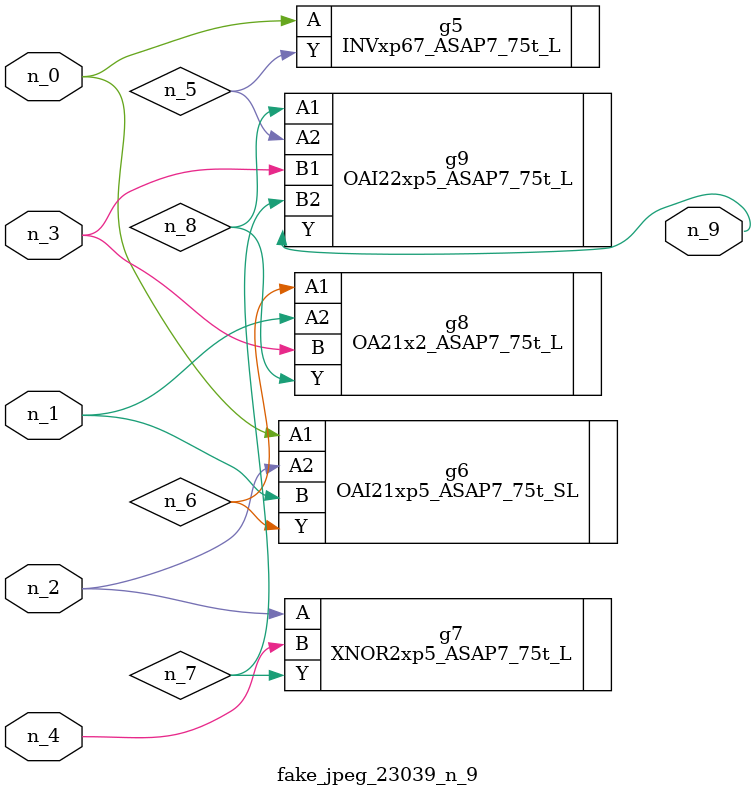
<source format=v>
module fake_jpeg_23039_n_9 (n_3, n_2, n_1, n_0, n_4, n_9);

input n_3;
input n_2;
input n_1;
input n_0;
input n_4;

output n_9;

wire n_8;
wire n_6;
wire n_5;
wire n_7;

INVxp67_ASAP7_75t_L g5 ( 
.A(n_0),
.Y(n_5)
);

OAI21xp5_ASAP7_75t_SL g6 ( 
.A1(n_0),
.A2(n_2),
.B(n_1),
.Y(n_6)
);

XNOR2xp5_ASAP7_75t_L g7 ( 
.A(n_2),
.B(n_4),
.Y(n_7)
);

OA21x2_ASAP7_75t_L g8 ( 
.A1(n_6),
.A2(n_1),
.B(n_3),
.Y(n_8)
);

OAI22xp5_ASAP7_75t_L g9 ( 
.A1(n_8),
.A2(n_5),
.B1(n_3),
.B2(n_7),
.Y(n_9)
);


endmodule
</source>
